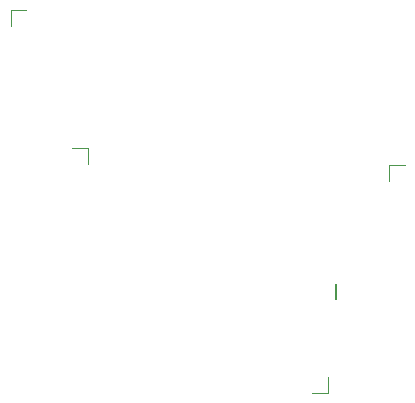
<source format=gbo>
G04 #@! TF.FileFunction,Legend,Bot*
%FSLAX46Y46*%
G04 Gerber Fmt 4.6, Leading zero omitted, Abs format (unit mm)*
G04 Created by KiCad (PCBNEW 4.0.7) date 06/11/18 00:32:22*
%MOMM*%
%LPD*%
G01*
G04 APERTURE LIST*
%ADD10C,0.100000*%
%ADD11C,0.120000*%
%ADD12C,0.150000*%
G04 APERTURE END LIST*
D10*
D11*
X64570000Y-68880000D02*
X64570000Y-67550000D01*
X64570000Y-67550000D02*
X63240000Y-67550000D01*
X83540000Y-88230000D02*
X84870000Y-88230000D01*
X84870000Y-88230000D02*
X84870000Y-86900000D01*
X59360000Y-55820000D02*
X58030000Y-55820000D01*
X58030000Y-55820000D02*
X58030000Y-57150000D01*
X91400000Y-68970000D02*
X90070000Y-68970000D01*
X90070000Y-68970000D02*
X90070000Y-70300000D01*
D12*
X85550000Y-78993750D02*
X85550000Y-80268750D01*
M02*

</source>
